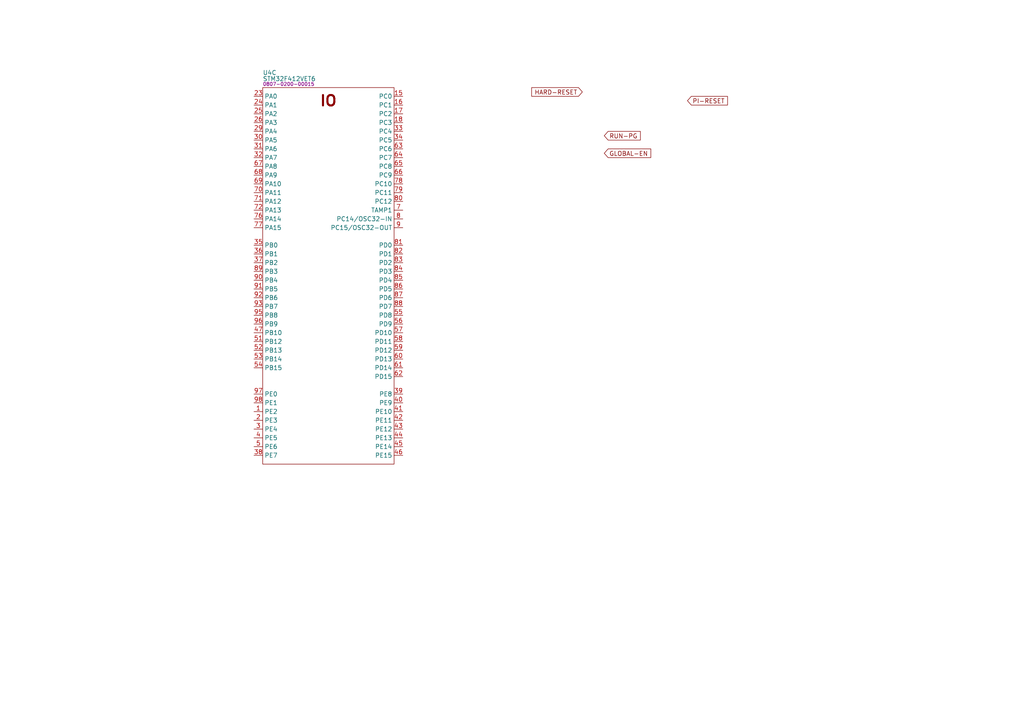
<source format=kicad_sch>
(kicad_sch
	(version 20231120)
	(generator "eeschema")
	(generator_version "8.0")
	(uuid "e9c1f367-8835-436d-8cc6-fd98ae4ba187")
	(paper "A4")
	(title_block
		(title "Benchy Motherboard RasPI - System Control MCU")
		(rev "1")
		(company "Daxxn Industries")
	)
	(lib_symbols
		(symbol "DX_IC_MCU_ST:STM32F412VET6"
			(exclude_from_sim no)
			(in_bom yes)
			(on_board yes)
			(property "Reference" "U"
				(at 0 4.318 0)
				(effects
					(font
						(size 1.27 1.27)
					)
					(justify left)
				)
			)
			(property "Value" "STM32F412VET6"
				(at 0 2.54 0)
				(effects
					(font
						(size 1.27 1.27)
					)
					(justify left)
				)
			)
			(property "Footprint" "Daxxn_Packages:LQFP-100_14x14mm_P0.5mm"
				(at 0 7.112 0)
				(effects
					(font
						(size 1.27 1.27)
					)
					(justify left)
					(hide yes)
				)
			)
			(property "Datasheet" "%LOCAL_DATASHEETS%/STM32F412.pdf"
				(at 0 8.382 0)
				(effects
					(font
						(size 1.27 1.27)
					)
					(justify left)
					(hide yes)
				)
			)
			(property "Description" "STM32F4 ARM Cortex-M4 32-Bit Single-Core 100MHz 512KB (512K x 8) FLASH LQFP-100 (14x14)"
				(at 0 9.906 0)
				(effects
					(font
						(size 1.27 1.27)
					)
					(justify left)
					(hide yes)
				)
			)
			(property "PartNumber" "0807-0200-00015"
				(at 0 1.016 0)
				(effects
					(font
						(size 1 1)
					)
					(justify left)
				)
			)
			(property "ki_keywords" "stm32 mc microcontroller"
				(at 0 0 0)
				(effects
					(font
						(size 1.27 1.27)
					)
					(hide yes)
				)
			)
			(symbol "STM32F412VET6_1_0"
				(text "POWER"
					(at 11.43 -13.97 0)
					(effects
						(font
							(size 2 2)
							(bold yes)
						)
					)
				)
				(pin power_in line
					(at 25.4 -13.97 180)
					(length 2.54)
					(name "VSS"
						(effects
							(font
								(size 1.27 1.27)
							)
						)
					)
					(number "10"
						(effects
							(font
								(size 1.27 1.27)
							)
						)
					)
				)
				(pin power_in line
					(at -2.54 -24.13 0)
					(length 2.54)
					(name "VDD"
						(effects
							(font
								(size 1.27 1.27)
							)
						)
					)
					(number "100"
						(effects
							(font
								(size 0.85 0.85)
							)
						)
					)
				)
				(pin power_in line
					(at -2.54 -19.05 0)
					(length 2.54)
					(name "VDD"
						(effects
							(font
								(size 1.27 1.27)
							)
						)
					)
					(number "11"
						(effects
							(font
								(size 1.27 1.27)
							)
						)
					)
				)
				(pin power_in line
					(at -2.54 -21.59 0)
					(length 2.54)
					(name "VDD"
						(effects
							(font
								(size 1.27 1.27)
							)
						)
					)
					(number "19"
						(effects
							(font
								(size 1.27 1.27)
							)
						)
					)
				)
				(pin input line
					(at 25.4 -2.54 180)
					(length 2.54)
					(name "VSSA/VREF-"
						(effects
							(font
								(size 1.27 1.27)
							)
						)
					)
					(number "20"
						(effects
							(font
								(size 1.27 1.27)
							)
						)
					)
				)
				(pin input line
					(at -2.54 -2.54 0)
					(length 2.54)
					(name "VREF+"
						(effects
							(font
								(size 1.27 1.27)
							)
						)
					)
					(number "21"
						(effects
							(font
								(size 1.27 1.27)
							)
						)
					)
				)
				(pin power_in line
					(at -2.54 -7.62 0)
					(length 2.54)
					(name "VDDA"
						(effects
							(font
								(size 1.27 1.27)
							)
						)
					)
					(number "22"
						(effects
							(font
								(size 1.27 1.27)
							)
						)
					)
				)
				(pin power_in line
					(at 25.4 -16.51 180)
					(length 2.54)
					(name "VSS"
						(effects
							(font
								(size 1.27 1.27)
							)
						)
					)
					(number "27"
						(effects
							(font
								(size 1.27 1.27)
							)
						)
					)
				)
				(pin power_in line
					(at -2.54 -16.51 0)
					(length 2.54)
					(name "VDD"
						(effects
							(font
								(size 1.27 1.27)
							)
						)
					)
					(number "28"
						(effects
							(font
								(size 1.27 1.27)
							)
						)
					)
				)
				(pin power_in line
					(at 25.4 -19.05 180)
					(length 2.54)
					(name "VSS"
						(effects
							(font
								(size 1.27 1.27)
							)
						)
					)
					(number "49"
						(effects
							(font
								(size 1.27 1.27)
							)
						)
					)
				)
				(pin power_in line
					(at -2.54 -13.97 0)
					(length 2.54)
					(name "VDD"
						(effects
							(font
								(size 1.27 1.27)
							)
						)
					)
					(number "50"
						(effects
							(font
								(size 1.27 1.27)
							)
						)
					)
				)
				(pin power_in line
					(at 25.4 -21.59 180)
					(length 2.54)
					(name "VSS"
						(effects
							(font
								(size 1.27 1.27)
							)
						)
					)
					(number "74"
						(effects
							(font
								(size 1.27 1.27)
							)
						)
					)
				)
				(pin power_in line
					(at -2.54 -11.43 0)
					(length 2.54)
					(name "VDD"
						(effects
							(font
								(size 1.27 1.27)
							)
						)
					)
					(number "75"
						(effects
							(font
								(size 1.27 1.27)
							)
						)
					)
				)
				(pin power_in line
					(at 25.4 -24.13 180)
					(length 2.54)
					(name "VSS"
						(effects
							(font
								(size 1.27 1.27)
							)
						)
					)
					(number "99"
						(effects
							(font
								(size 1.27 1.27)
							)
						)
					)
				)
			)
			(symbol "STM32F412VET6_1_1"
				(rectangle
					(start 0 0)
					(end 22.86 -26.67)
					(stroke
						(width 0)
						(type default)
					)
					(fill
						(type none)
					)
				)
			)
			(symbol "STM32F412VET6_2_0"
				(text "CONTROL"
					(at 12.7 -2.54 0)
					(effects
						(font
							(size 2 2)
							(bold yes)
						)
					)
				)
				(pin input line
					(at -2.54 -10.16 0)
					(length 2.54)
					(name "OSC-IN"
						(effects
							(font
								(size 1.27 1.27)
							)
						)
					)
					(number "12"
						(effects
							(font
								(size 1.27 1.27)
							)
						)
					)
				)
				(pin input line
					(at -2.54 -15.24 0)
					(length 2.54)
					(name "OSC-OUT"
						(effects
							(font
								(size 1.27 1.27)
							)
						)
					)
					(number "13"
						(effects
							(font
								(size 1.27 1.27)
							)
						)
					)
				)
				(pin input line
					(at -2.54 -2.54 0)
					(length 2.54)
					(name "~{RST}"
						(effects
							(font
								(size 1.27 1.27)
							)
						)
					)
					(number "14"
						(effects
							(font
								(size 1.27 1.27)
							)
						)
					)
				)
				(pin input line
					(at 27.94 -12.7 180)
					(length 2.54)
					(name "VCAP1"
						(effects
							(font
								(size 1.27 1.27)
							)
						)
					)
					(number "48"
						(effects
							(font
								(size 1.27 1.27)
							)
						)
					)
				)
				(pin power_in line
					(at 27.94 -2.54 180)
					(length 2.54)
					(name "VBAT"
						(effects
							(font
								(size 1.27 1.27)
							)
						)
					)
					(number "6"
						(effects
							(font
								(size 1.27 1.27)
							)
						)
					)
				)
				(pin input line
					(at 27.94 -15.24 180)
					(length 2.54)
					(name "VCAP2"
						(effects
							(font
								(size 1.27 1.27)
							)
						)
					)
					(number "73"
						(effects
							(font
								(size 1.27 1.27)
							)
						)
					)
				)
				(pin input line
					(at 27.94 -6.35 180)
					(length 2.54)
					(name "BOOT0"
						(effects
							(font
								(size 1.27 1.27)
							)
						)
					)
					(number "94"
						(effects
							(font
								(size 1.27 1.27)
							)
						)
					)
				)
			)
			(symbol "STM32F412VET6_2_1"
				(rectangle
					(start 0 0)
					(end 25.4 -17.78)
					(stroke
						(width 0)
						(type default)
					)
					(fill
						(type none)
					)
				)
			)
			(symbol "STM32F412VET6_3_0"
				(text "IO"
					(at 19.05 -3.81 0)
					(effects
						(font
							(size 3 3)
							(bold yes)
						)
					)
				)
				(pin bidirectional line
					(at -2.54 -93.98 0)
					(length 2.54)
					(name "PE2"
						(effects
							(font
								(size 1.27 1.27)
							)
						)
					)
					(number "1"
						(effects
							(font
								(size 1.27 1.27)
							)
						)
					)
					(alternate "FSMC-A23" bidirectional line)
					(alternate "I2S4-CK" bidirectional line)
					(alternate "I2S5-CK" bidirectional line)
					(alternate "QSPI-BK1-IO2" bidirectional line)
					(alternate "SPI4-SCK" bidirectional line)
					(alternate "SPI5-SCK" bidirectional line)
					(alternate "TRACECLK" bidirectional line)
				)
				(pin bidirectional line
					(at 40.64 -2.54 180)
					(length 2.54)
					(name "PC0"
						(effects
							(font
								(size 1.27 1.27)
							)
						)
					)
					(number "15"
						(effects
							(font
								(size 1.27 1.27)
							)
						)
					)
					(alternate "ADC-10" bidirectional line)
					(alternate "WKUP2" bidirectional line)
				)
				(pin bidirectional line
					(at 40.64 -5.08 180)
					(length 2.54)
					(name "PC1"
						(effects
							(font
								(size 1.27 1.27)
							)
						)
					)
					(number "16"
						(effects
							(font
								(size 1.27 1.27)
							)
						)
					)
					(alternate "ADC-11" bidirectional line)
					(alternate "WKUP3" bidirectional line)
				)
				(pin bidirectional line
					(at 40.64 -7.62 180)
					(length 2.54)
					(name "PC2"
						(effects
							(font
								(size 1.27 1.27)
							)
						)
					)
					(number "17"
						(effects
							(font
								(size 1.27 1.27)
							)
						)
					)
					(alternate "ADC-12" bidirectional line)
					(alternate "DFSDM1-CKOUT" bidirectional line)
					(alternate "FSMC-NWE" bidirectional line)
					(alternate "I2C2-SD" bidirectional line)
					(alternate "SPI2-CIPO" bidirectional line)
				)
				(pin bidirectional line
					(at 40.64 -10.16 180)
					(length 2.54)
					(name "PC3"
						(effects
							(font
								(size 1.27 1.27)
							)
						)
					)
					(number "18"
						(effects
							(font
								(size 1.27 1.27)
							)
						)
					)
					(alternate "ADC-13" bidirectional line)
					(alternate "FSMC-A0" bidirectional line)
					(alternate "I2S-SD" bidirectional line)
					(alternate "SPI2-COPI" bidirectional line)
				)
				(pin bidirectional line
					(at -2.54 -96.52 0)
					(length 2.54)
					(name "PE3"
						(effects
							(font
								(size 1.27 1.27)
							)
						)
					)
					(number "2"
						(effects
							(font
								(size 1.27 1.27)
							)
						)
					)
					(alternate "FSMC-A19" bidirectional line)
					(alternate "TRACED0" bidirectional line)
				)
				(pin bidirectional line
					(at -2.54 -2.54 0)
					(length 2.54)
					(name "PA0"
						(effects
							(font
								(size 1.27 1.27)
							)
						)
					)
					(number "23"
						(effects
							(font
								(size 1.27 1.27)
							)
						)
					)
					(alternate "ADC-0" bidirectional line)
					(alternate "TIM2-CH1" bidirectional line)
					(alternate "TIM2-ETR" bidirectional line)
					(alternate "TIM5-CH1" bidirectional line)
					(alternate "TIM8-ETR" bidirectional line)
					(alternate "USART2-CTS" bidirectional line)
					(alternate "WKUP1" bidirectional line)
				)
				(pin bidirectional line
					(at -2.54 -5.08 0)
					(length 2.54)
					(name "PA1"
						(effects
							(font
								(size 1.27 1.27)
							)
						)
					)
					(number "24"
						(effects
							(font
								(size 1.27 1.27)
							)
						)
					)
					(alternate "ADC-1" bidirectional line)
					(alternate "I2S4-SD" bidirectional line)
					(alternate "QSPI-BK1-IO3" bidirectional line)
					(alternate "SPI4-COPI" bidirectional line)
					(alternate "TIM2-CH2" bidirectional line)
					(alternate "TIM5-CH2" bidirectional line)
					(alternate "USART2-RTS" bidirectional line)
				)
				(pin bidirectional line
					(at -2.54 -7.62 0)
					(length 2.54)
					(name "PA2"
						(effects
							(font
								(size 1.27 1.27)
							)
						)
					)
					(number "25"
						(effects
							(font
								(size 1.27 1.27)
							)
						)
					)
					(alternate " I2S2-CKIN" bidirectional line)
					(alternate "ADC-2" bidirectional line)
					(alternate "FSMC-D4" bidirectional line)
					(alternate "FSMC-DA4" bidirectional line)
					(alternate "TIM2-CH3" bidirectional line)
					(alternate "TIM5-CH3" bidirectional line)
					(alternate "TIM9-CH1" bidirectional line)
					(alternate "USART2-TX" bidirectional line)
				)
				(pin bidirectional line
					(at -2.54 -10.16 0)
					(length 2.54)
					(name "PA3"
						(effects
							(font
								(size 1.27 1.27)
							)
						)
					)
					(number "26"
						(effects
							(font
								(size 1.27 1.27)
							)
						)
					)
					(alternate "ADC-3" bidirectional line)
					(alternate "FSMC-D5" bidirectional line)
					(alternate "FSMC-DA5" bidirectional line)
					(alternate "I2S2-MCK" bidirectional line)
					(alternate "TIM2-CH4" bidirectional line)
					(alternate "TIM5-CH4" bidirectional line)
					(alternate "TIM9-CH2" bidirectional line)
					(alternate "USART2-RX" bidirectional line)
				)
				(pin bidirectional line
					(at -2.54 -12.7 0)
					(length 2.54)
					(name "PA4"
						(effects
							(font
								(size 1.27 1.27)
							)
						)
					)
					(number "29"
						(effects
							(font
								(size 1.27 1.27)
							)
						)
					)
					(alternate "ADC-4" bidirectional line)
					(alternate "DFSDM1-DATIN1" bidirectional line)
					(alternate "FSMC-D6" bidirectional line)
					(alternate "FSMC-DA6" bidirectional line)
					(alternate "I2S1-WS" bidirectional line)
					(alternate "I2S3-WS" bidirectional line)
					(alternate "SPI1-~{SS}" bidirectional line)
					(alternate "SPI3-~{SS}" bidirectional line)
					(alternate "USART2-CK" bidirectional line)
				)
				(pin bidirectional line
					(at -2.54 -99.06 0)
					(length 2.54)
					(name "PE4"
						(effects
							(font
								(size 1.27 1.27)
							)
						)
					)
					(number "3"
						(effects
							(font
								(size 1.27 1.27)
							)
						)
					)
					(alternate "DFSDM1-DATIN3" bidirectional line)
					(alternate "FSMC-A20" bidirectional line)
					(alternate "I2S4-WS" bidirectional line)
					(alternate "I2S5-WS" bidirectional line)
					(alternate "SPI4-~{SS}" bidirectional line)
					(alternate "SPI5-~{SS}" bidirectional line)
					(alternate "TRACED1" bidirectional line)
				)
				(pin bidirectional line
					(at -2.54 -15.24 0)
					(length 2.54)
					(name "PA5"
						(effects
							(font
								(size 1.27 1.27)
							)
						)
					)
					(number "30"
						(effects
							(font
								(size 1.27 1.27)
							)
						)
					)
					(alternate "ADC-5" bidirectional line)
					(alternate "DFSDM1-CKIN1" bidirectional line)
					(alternate "FSMC-D7" bidirectional line)
					(alternate "FSMC-DA7" bidirectional line)
					(alternate "I2S1-CK" bidirectional line)
					(alternate "SPI1-SCK" bidirectional line)
					(alternate "TIM2-CH1" bidirectional line)
					(alternate "TIM2-ETR" bidirectional line)
					(alternate "TIM8-~{CH1}" bidirectional line)
				)
				(pin bidirectional line
					(at -2.54 -17.78 0)
					(length 2.54)
					(name "PA6"
						(effects
							(font
								(size 1.27 1.27)
							)
						)
					)
					(number "31"
						(effects
							(font
								(size 1.27 1.27)
							)
						)
					)
					(alternate "ADC-6" bidirectional line)
					(alternate "I2S2-MCK" bidirectional line)
					(alternate "QSPI-BK2-IO0" bidirectional line)
					(alternate "SDIO-CMD" bidirectional line)
					(alternate "SPI1-CIPO" bidirectional line)
					(alternate "TIM1-BKIN" bidirectional line)
					(alternate "TIM13-CH1" bidirectional line)
					(alternate "TIM3-CH1" bidirectional line)
					(alternate "TIM8-BKIN" bidirectional line)
				)
				(pin bidirectional line
					(at -2.54 -20.32 0)
					(length 2.54)
					(name "PA7"
						(effects
							(font
								(size 1.27 1.27)
							)
						)
					)
					(number "32"
						(effects
							(font
								(size 1.27 1.27)
							)
						)
					)
					(alternate "ADC-7" bidirectional line)
					(alternate "I2S1-SD" bidirectional line)
					(alternate "QSPI-BK2-IO1" bidirectional line)
					(alternate "SPI1-COPI" bidirectional line)
					(alternate "TIM1-~{CH1}" bidirectional line)
					(alternate "TIM14-CH1" bidirectional line)
					(alternate "TIM3-CH2" bidirectional line)
					(alternate "TIM8-~{CH1}" bidirectional line)
				)
				(pin bidirectional line
					(at 40.64 -12.7 180)
					(length 2.54)
					(name "PC4"
						(effects
							(font
								(size 1.27 1.27)
							)
						)
					)
					(number "33"
						(effects
							(font
								(size 1.27 1.27)
							)
						)
					)
					(alternate "ADC1-14" bidirectional line)
					(alternate "FSMC-~{E4}" bidirectional line)
					(alternate "I2S1-MCK" bidirectional line)
					(alternate "QSPI-BK2-IO2" bidirectional line)
				)
				(pin bidirectional line
					(at 40.64 -15.24 180)
					(length 2.54)
					(name "PC5"
						(effects
							(font
								(size 1.27 1.27)
							)
						)
					)
					(number "34"
						(effects
							(font
								(size 1.27 1.27)
							)
						)
					)
					(alternate "ADC1-15" bidirectional line)
					(alternate "FSMC-~{OE}" bidirectional line)
					(alternate "I2CFMP1-SMBA" bidirectional line)
					(alternate "QSPI-BK2-IO3" bidirectional line)
					(alternate "USART3-RX" bidirectional line)
				)
				(pin bidirectional line
					(at -2.54 -45.72 0)
					(length 2.54)
					(name "PB0"
						(effects
							(font
								(size 1.27 1.27)
							)
						)
					)
					(number "35"
						(effects
							(font
								(size 1.27 1.27)
							)
						)
					)
					(alternate "ADC-8" bidirectional line)
					(alternate "I2S5-CK" bidirectional line)
					(alternate "SPI5-SCK" bidirectional line)
					(alternate "TIM1-CH2-" bidirectional line)
					(alternate "TIM3-CH3" bidirectional line)
					(alternate "TIM8-CH2-" bidirectional line)
				)
				(pin bidirectional line
					(at -2.54 -48.26 0)
					(length 2.54)
					(name "PB1"
						(effects
							(font
								(size 1.27 1.27)
							)
						)
					)
					(number "36"
						(effects
							(font
								(size 1.27 1.27)
							)
						)
					)
					(alternate "ADC-9" bidirectional line)
					(alternate "DFSDM1-DATIN0" bidirectional line)
					(alternate "I2S5-WS" bidirectional line)
					(alternate "QSPI-CLK" bidirectional line)
					(alternate "SPI5-~{SS}" bidirectional line)
					(alternate "TIM1-CH3-" bidirectional line)
					(alternate "TIM3-CH4" bidirectional line)
					(alternate "TIM8-CH3-" bidirectional line)
				)
				(pin bidirectional line
					(at -2.54 -50.8 0)
					(length 2.54)
					(name "PB2"
						(effects
							(font
								(size 1.27 1.27)
							)
						)
					)
					(number "37"
						(effects
							(font
								(size 1.27 1.27)
							)
						)
					)
					(alternate "BOOT1" bidirectional line)
					(alternate "DFSDM1-CKIN0" bidirectional line)
					(alternate "QSPI-CLK" bidirectional line)
				)
				(pin bidirectional line
					(at -2.54 -106.68 0)
					(length 2.54)
					(name "PE7"
						(effects
							(font
								(size 1.27 1.27)
							)
						)
					)
					(number "38"
						(effects
							(font
								(size 1.27 1.27)
							)
						)
					)
					(alternate "DFSDM1-DATIN2" bidirectional line)
					(alternate "FSMC-D4" bidirectional line)
					(alternate "FSMC-DA4" bidirectional line)
					(alternate "QSPI-BK2-IO0" bidirectional line)
					(alternate "TIM1-ETR" bidirectional line)
				)
				(pin bidirectional line
					(at 40.64 -88.9 180)
					(length 2.54)
					(name "PE8"
						(effects
							(font
								(size 1.27 1.27)
							)
						)
					)
					(number "39"
						(effects
							(font
								(size 1.27 1.27)
							)
						)
					)
					(alternate "DFSDM1-CKIN2" bidirectional line)
					(alternate "FSMC-D5" bidirectional line)
					(alternate "FSMC-DA5" bidirectional line)
					(alternate "QSPI-BK2-IO1" bidirectional line)
					(alternate "TIM1-CH1-" bidirectional line)
				)
				(pin bidirectional line
					(at -2.54 -101.6 0)
					(length 2.54)
					(name "PE5"
						(effects
							(font
								(size 1.27 1.27)
							)
						)
					)
					(number "4"
						(effects
							(font
								(size 1.27 1.27)
							)
						)
					)
					(alternate "DFSDM1-CKIN3" bidirectional line)
					(alternate "FSMC-A21" bidirectional line)
					(alternate "SPI4-CIPO" bidirectional line)
					(alternate "SPI5-CIPO" bidirectional line)
					(alternate "TIM9-CH1" bidirectional line)
					(alternate "TRACED2" bidirectional line)
				)
				(pin bidirectional line
					(at 40.64 -91.44 180)
					(length 2.54)
					(name "PE9"
						(effects
							(font
								(size 1.27 1.27)
							)
						)
					)
					(number "40"
						(effects
							(font
								(size 1.27 1.27)
							)
						)
					)
					(alternate "DFSDM1-CKOUT" bidirectional line)
					(alternate "FSMC-D6" bidirectional line)
					(alternate "FSMC-DA6" bidirectional line)
					(alternate "QSPI-BK2-IO2" bidirectional line)
					(alternate "TIM1-CH1" bidirectional line)
				)
				(pin bidirectional line
					(at 40.64 -93.98 180)
					(length 2.54)
					(name "PE10"
						(effects
							(font
								(size 1.27 1.27)
							)
						)
					)
					(number "41"
						(effects
							(font
								(size 1.27 1.27)
							)
						)
					)
					(alternate "FSMC-D7" bidirectional line)
					(alternate "FSMC-DA7" bidirectional line)
					(alternate "QSPI-BK2-IO3" bidirectional line)
					(alternate "TIM1-CH2-" bidirectional line)
				)
				(pin bidirectional line
					(at 40.64 -96.52 180)
					(length 2.54)
					(name "PE11"
						(effects
							(font
								(size 1.27 1.27)
							)
						)
					)
					(number "42"
						(effects
							(font
								(size 1.27 1.27)
							)
						)
					)
					(alternate "FSMC-D8" bidirectional line)
					(alternate "FSMC-DA8" bidirectional line)
					(alternate "I2S4-WS" bidirectional line)
					(alternate "I2S5-WS" bidirectional line)
					(alternate "SPI4-~{SS}" bidirectional line)
					(alternate "SPI5-~{SS}" bidirectional line)
					(alternate "TIM1_CH2" bidirectional line)
				)
				(pin bidirectional line
					(at 40.64 -99.06 180)
					(length 2.54)
					(name "PE12"
						(effects
							(font
								(size 1.27 1.27)
							)
						)
					)
					(number "43"
						(effects
							(font
								(size 1.27 1.27)
							)
						)
					)
					(alternate "FSMC-D9" bidirectional line)
					(alternate "FSMC-DA9" bidirectional line)
					(alternate "I2S4-CK" bidirectional line)
					(alternate "I2S5-CK" bidirectional line)
					(alternate "SPI4-SCK" bidirectional line)
					(alternate "SPI5-SCK" bidirectional line)
					(alternate "TIM1-CH3-" bidirectional line)
				)
				(pin bidirectional line
					(at 40.64 -101.6 180)
					(length 2.54)
					(name "PE13"
						(effects
							(font
								(size 1.27 1.27)
							)
						)
					)
					(number "44"
						(effects
							(font
								(size 1.27 1.27)
							)
						)
					)
					(alternate "FSMC-D10" bidirectional line)
					(alternate "FSMC-DA10" bidirectional line)
					(alternate "SPI4-CIPO" bidirectional line)
					(alternate "SPI5-CIPO" bidirectional line)
					(alternate "TIM1-CH3" bidirectional line)
				)
				(pin bidirectional line
					(at 40.64 -104.14 180)
					(length 2.54)
					(name "PE14"
						(effects
							(font
								(size 1.27 1.27)
							)
						)
					)
					(number "45"
						(effects
							(font
								(size 1.27 1.27)
							)
						)
					)
					(alternate "FSMC-D11" bidirectional line)
					(alternate "FSMC-DA11" bidirectional line)
					(alternate "I2S4-SD" bidirectional line)
					(alternate "I2S5-SD" bidirectional line)
					(alternate "SPI4-COPI" bidirectional line)
					(alternate "SPI5-COPI" bidirectional line)
					(alternate "TIM1-CH4" bidirectional line)
				)
				(pin bidirectional line
					(at 40.64 -106.68 180)
					(length 2.54)
					(name "PE15"
						(effects
							(font
								(size 1.27 1.27)
							)
						)
					)
					(number "46"
						(effects
							(font
								(size 1.27 1.27)
							)
						)
					)
					(alternate "FSMC-D12" bidirectional line)
					(alternate "FSMC-DA12" bidirectional line)
					(alternate "TIM1-BKIN" bidirectional line)
				)
				(pin bidirectional line
					(at -2.54 -71.12 0)
					(length 2.54)
					(name "PB10"
						(effects
							(font
								(size 1.27 1.27)
							)
						)
					)
					(number "47"
						(effects
							(font
								(size 1.27 1.27)
							)
						)
					)
					(alternate " I2C2-SCL" bidirectional line)
					(alternate "I2CFMP1-SCL" bidirectional line)
					(alternate "I2S2-CK" bidirectional line)
					(alternate "I2S3-MCK" bidirectional line)
					(alternate "SDIO-D7" bidirectional line)
					(alternate "SPI2-SCK" bidirectional line)
					(alternate "TIM2-CH3" bidirectional line)
					(alternate "USART3-TX" bidirectional line)
				)
				(pin bidirectional line
					(at -2.54 -104.14 0)
					(length 2.54)
					(name "PE6"
						(effects
							(font
								(size 1.27 1.27)
							)
						)
					)
					(number "5"
						(effects
							(font
								(size 1.27 1.27)
							)
						)
					)
					(alternate "FSMC-A22" bidirectional line)
					(alternate "I2S4-SD" bidirectional line)
					(alternate "I2S5-SD" bidirectional line)
					(alternate "SPI4-COPI" bidirectional line)
					(alternate "SPI5-COPI" bidirectional line)
					(alternate "TIM9-CH2" bidirectional line)
					(alternate "TRACED3" bidirectional line)
				)
				(pin bidirectional line
					(at -2.54 -73.66 0)
					(length 2.54)
					(name "PB12"
						(effects
							(font
								(size 1.27 1.27)
							)
						)
					)
					(number "51"
						(effects
							(font
								(size 1.27 1.27)
							)
						)
					)
					(alternate "CAN2-RX" bidirectional line)
					(alternate "DFSDM1-DATIN1" bidirectional line)
					(alternate "FSMC-D13" bidirectional line)
					(alternate "FSMC-DA13" bidirectional line)
					(alternate "I2C2-SMBA" bidirectional line)
					(alternate "I2S2-WS" bidirectional line)
					(alternate "I2S3-CK" bidirectional line)
					(alternate "I2S4-WS" bidirectional line)
					(alternate "SPI2-~{SS}" bidirectional line)
					(alternate "SPI3-SCK" bidirectional line)
					(alternate "SPI4-~{SS}" bidirectional line)
					(alternate "TIM1-BKIN" bidirectional line)
					(alternate "USART3-CK" bidirectional line)
				)
				(pin bidirectional line
					(at -2.54 -76.2 0)
					(length 2.54)
					(name "PB13"
						(effects
							(font
								(size 1.27 1.27)
							)
						)
					)
					(number "52"
						(effects
							(font
								(size 1.27 1.27)
							)
						)
					)
					(alternate "CAN2-TX" bidirectional line)
					(alternate "DFSDM1-CKIN1" bidirectional line)
					(alternate "I2CFMP1-SMBA" bidirectional line)
					(alternate "I2S2-CK" bidirectional line)
					(alternate "I2S4-CK" bidirectional line)
					(alternate "SPI2-SCK" bidirectional line)
					(alternate "SPI4-SCK" bidirectional line)
					(alternate "TIM1-CH1-" bidirectional line)
					(alternate "USART3-CTS" bidirectional line)
				)
				(pin bidirectional line
					(at -2.54 -78.74 0)
					(length 2.54)
					(name "PB14"
						(effects
							(font
								(size 1.27 1.27)
							)
						)
					)
					(number "53"
						(effects
							(font
								(size 1.27 1.27)
							)
						)
					)
					(alternate "DFSDM1-DATIN2" bidirectional line)
					(alternate "FSMC-D0" bidirectional line)
					(alternate "FSMC-DA0" bidirectional line)
					(alternate "I2CFMP1-SDA" bidirectional line)
					(alternate "I2S2ext-SD" bidirectional line)
					(alternate "SDIO-D6" bidirectional line)
					(alternate "SPI2-MISO" bidirectional line)
					(alternate "TIM1-CH2-" bidirectional line)
					(alternate "TIM12-CH1" bidirectional line)
					(alternate "TIM8-CH2-" bidirectional line)
					(alternate "USART3-RTS" bidirectional line)
				)
				(pin bidirectional line
					(at -2.54 -81.28 0)
					(length 2.54)
					(name "PB15"
						(effects
							(font
								(size 1.27 1.27)
							)
						)
					)
					(number "54"
						(effects
							(font
								(size 1.27 1.27)
							)
						)
					)
					(alternate "DFSDM1-CKIN2" bidirectional line)
					(alternate "I2CFMP1-SCL" bidirectional line)
					(alternate "I2S2-SD" bidirectional line)
					(alternate "RTC-50Hz" bidirectional line)
					(alternate "SDIO-CK" bidirectional line)
					(alternate "SPI2-COPI" bidirectional line)
					(alternate "TIM1-CH3-" bidirectional line)
					(alternate "TIM12-CH2" bidirectional line)
					(alternate "TIM8-CH3-" bidirectional line)
				)
				(pin bidirectional line
					(at 40.64 -66.04 180)
					(length 2.54)
					(name "PD8"
						(effects
							(font
								(size 1.27 1.27)
							)
						)
					)
					(number "55"
						(effects
							(font
								(size 1.27 1.27)
							)
						)
					)
					(alternate "FSMC-D13" bidirectional line)
					(alternate "FSMC-DA13" bidirectional line)
					(alternate "USART3-TX" bidirectional line)
				)
				(pin bidirectional line
					(at 40.64 -68.58 180)
					(length 2.54)
					(name "PD9"
						(effects
							(font
								(size 1.27 1.27)
							)
						)
					)
					(number "56"
						(effects
							(font
								(size 1.27 1.27)
							)
						)
					)
					(alternate "FSMC-D14" bidirectional line)
					(alternate "FSMC-DA14" bidirectional line)
					(alternate "USART3-RX" bidirectional line)
				)
				(pin bidirectional line
					(at 40.64 -71.12 180)
					(length 2.54)
					(name "PD10"
						(effects
							(font
								(size 1.27 1.27)
							)
						)
					)
					(number "57"
						(effects
							(font
								(size 1.27 1.27)
							)
						)
					)
					(alternate "FSMC-D15" bidirectional line)
					(alternate "FSMC-DA1" bidirectional line)
					(alternate "USART3-CK" bidirectional line)
				)
				(pin bidirectional line
					(at 40.64 -73.66 180)
					(length 2.54)
					(name "PD11"
						(effects
							(font
								(size 1.27 1.27)
							)
						)
					)
					(number "58"
						(effects
							(font
								(size 1.27 1.27)
							)
						)
					)
					(alternate "FSMC-A16" bidirectional line)
					(alternate "I2CFMP1-SMBA" bidirectional line)
					(alternate "QSPI-BK1-IO0" bidirectional line)
					(alternate "USART3-CTS" bidirectional line)
				)
				(pin bidirectional line
					(at 40.64 -76.2 180)
					(length 2.54)
					(name "PD12"
						(effects
							(font
								(size 1.27 1.27)
							)
						)
					)
					(number "59"
						(effects
							(font
								(size 1.27 1.27)
							)
						)
					)
					(alternate "FSMC-A17" bidirectional line)
					(alternate "I2CFMP1-SCL" bidirectional line)
					(alternate "QSPI-BK1-IO1" bidirectional line)
					(alternate "TIM4-CH1" bidirectional line)
					(alternate "USART3-RTS" bidirectional line)
				)
				(pin bidirectional line
					(at 40.64 -78.74 180)
					(length 2.54)
					(name "PD13"
						(effects
							(font
								(size 1.27 1.27)
							)
						)
					)
					(number "60"
						(effects
							(font
								(size 1.27 1.27)
							)
						)
					)
					(alternate "FSMC-A18" bidirectional line)
					(alternate "I2CFMP1-SDA" bidirectional line)
					(alternate "QSPI-BK1-IO3" bidirectional line)
					(alternate "TIM4-CH2" bidirectional line)
				)
				(pin bidirectional line
					(at 40.64 -81.28 180)
					(length 2.54)
					(name "PD14"
						(effects
							(font
								(size 1.27 1.27)
							)
						)
					)
					(number "61"
						(effects
							(font
								(size 1.27 1.27)
							)
						)
					)
					(alternate "FSMC-D0" bidirectional line)
					(alternate "FSMC-DA0" bidirectional line)
					(alternate "I2CFMP1-SCL" bidirectional line)
					(alternate "TIM4-CH3" bidirectional line)
				)
				(pin bidirectional line
					(at 40.64 -83.82 180)
					(length 2.54)
					(name "PD15"
						(effects
							(font
								(size 1.27 1.27)
							)
						)
					)
					(number "62"
						(effects
							(font
								(size 1.27 1.27)
							)
						)
					)
					(alternate "FSMC-D1" bidirectional line)
					(alternate "FSMC-DA1" bidirectional line)
					(alternate "I2CFMP1-SDA" bidirectional line)
					(alternate "TIM4-CH4" bidirectional line)
				)
				(pin bidirectional line
					(at 40.64 -17.78 180)
					(length 2.54)
					(name "PC6"
						(effects
							(font
								(size 1.27 1.27)
							)
						)
					)
					(number "63"
						(effects
							(font
								(size 1.27 1.27)
							)
						)
					)
					(alternate "DFSDM1-CKIN3," bidirectional line)
					(alternate "FSMC-D1" bidirectional line)
					(alternate "FSMC-DA1" bidirectional line)
					(alternate "I2CFMP1-SCL" bidirectional line)
					(alternate "I2S2-MCK" bidirectional line)
					(alternate "SDIO-D6" bidirectional line)
					(alternate "TIM3-CH1" bidirectional line)
					(alternate "TIM8-CH1" bidirectional line)
					(alternate "USART6-TX" bidirectional line)
				)
				(pin bidirectional line
					(at 40.64 -20.32 180)
					(length 2.54)
					(name "PC7"
						(effects
							(font
								(size 1.27 1.27)
							)
						)
					)
					(number "64"
						(effects
							(font
								(size 1.27 1.27)
							)
						)
					)
					(alternate "DFSDM1-DATIN3" bidirectional line)
					(alternate "I2CFMP1-SDA" bidirectional line)
					(alternate "I2S2-CK" bidirectional line)
					(alternate "I2S3-MCK" bidirectional line)
					(alternate "SDIO-D7" bidirectional line)
					(alternate "SPI2-SCK" bidirectional line)
					(alternate "TIM3-CH2" bidirectional line)
					(alternate "TIM8-CH2" bidirectional line)
					(alternate "USART6-RX" bidirectional line)
				)
				(pin bidirectional line
					(at 40.64 -22.86 180)
					(length 2.54)
					(name "PC8"
						(effects
							(font
								(size 1.27 1.27)
							)
						)
					)
					(number "65"
						(effects
							(font
								(size 1.27 1.27)
							)
						)
					)
					(alternate "QSPI-BK1-IO2" bidirectional line)
					(alternate "SDIO-D0" bidirectional line)
					(alternate "TIM3-CH3" bidirectional line)
					(alternate "TIM8-CH3" bidirectional line)
					(alternate "USART6-CK" bidirectional line)
				)
				(pin bidirectional line
					(at 40.64 -25.4 180)
					(length 2.54)
					(name "PC9"
						(effects
							(font
								(size 1.27 1.27)
							)
						)
					)
					(number "66"
						(effects
							(font
								(size 1.27 1.27)
							)
						)
					)
					(alternate " I2C3-SDA" bidirectional line)
					(alternate "I2S2-CKIN" bidirectional line)
					(alternate "MCO2" bidirectional line)
					(alternate "QSPI-BK1-IO0" bidirectional line)
					(alternate "SDIO-D1" bidirectional line)
					(alternate "TIM3-CH4" bidirectional line)
					(alternate "TIM8-CH4" bidirectional line)
				)
				(pin bidirectional line
					(at -2.54 -22.86 0)
					(length 2.54)
					(name "PA8"
						(effects
							(font
								(size 1.27 1.27)
							)
						)
					)
					(number "67"
						(effects
							(font
								(size 1.27 1.27)
							)
						)
					)
					(alternate "I2C3-SCL" bidirectional line)
					(alternate "MCO1" bidirectional line)
					(alternate "SDIO-D1" bidirectional line)
					(alternate "TIM1-CH1" bidirectional line)
					(alternate "USART1-CK" bidirectional line)
					(alternate "USB-FS-SOF" bidirectional line)
				)
				(pin bidirectional line
					(at -2.54 -25.4 0)
					(length 2.54)
					(name "PA9"
						(effects
							(font
								(size 1.27 1.27)
							)
						)
					)
					(number "68"
						(effects
							(font
								(size 1.27 1.27)
							)
						)
					)
					(alternate "I2C3-SMBA" bidirectional line)
					(alternate "SDIO-D2" bidirectional line)
					(alternate "TIM1-CH2" bidirectional line)
					(alternate "USART1-TX" bidirectional line)
					(alternate "USB-FS-VBUS" bidirectional line)
				)
				(pin bidirectional line
					(at -2.54 -27.94 0)
					(length 2.54)
					(name "PA10"
						(effects
							(font
								(size 1.27 1.27)
							)
						)
					)
					(number "69"
						(effects
							(font
								(size 1.27 1.27)
							)
						)
					)
					(alternate "I2S5-SD" bidirectional line)
					(alternate "SPI5-COPI" bidirectional line)
					(alternate "TIM1-CH3" bidirectional line)
					(alternate "USART1-RX" bidirectional line)
					(alternate "USB-FS-ID" bidirectional line)
				)
				(pin output line
					(at 40.64 -35.56 180)
					(length 2.54)
					(name "TAMP1"
						(effects
							(font
								(size 1.27 1.27)
							)
						)
					)
					(number "7"
						(effects
							(font
								(size 1.27 1.27)
							)
						)
					)
					(alternate "PC13" bidirectional line)
				)
				(pin bidirectional line
					(at -2.54 -30.48 0)
					(length 2.54)
					(name "PA11"
						(effects
							(font
								(size 1.27 1.27)
							)
						)
					)
					(number "70"
						(effects
							(font
								(size 1.27 1.27)
							)
						)
					)
					(alternate "CAN1-RX" bidirectional line)
					(alternate "SPI4-CIPO" bidirectional line)
					(alternate "TIM1-CH4" bidirectional line)
					(alternate "USART1-CTS" bidirectional line)
					(alternate "USART6-TX" bidirectional line)
					(alternate "USB-FS-D-" bidirectional line)
				)
				(pin bidirectional line
					(at -2.54 -33.02 0)
					(length 2.54)
					(name "PA12"
						(effects
							(font
								(size 1.27 1.27)
							)
						)
					)
					(number "71"
						(effects
							(font
								(size 1.27 1.27)
							)
						)
					)
					(alternate "CAN1-TX" bidirectional line)
					(alternate "SPI5-CIPO" bidirectional line)
					(alternate "TIM1-ETR" bidirectional line)
					(alternate "USART1-RTS" bidirectional line)
					(alternate "USART6-RX" bidirectional line)
					(alternate "USB-FS-D+" bidirectional line)
				)
				(pin bidirectional line
					(at -2.54 -35.56 0)
					(length 2.54)
					(name "PA13"
						(effects
							(font
								(size 1.27 1.27)
							)
						)
					)
					(number "72"
						(effects
							(font
								(size 1.27 1.27)
							)
						)
					)
					(alternate "JTMS" bidirectional line)
					(alternate "JTMS-SWDIO" bidirectional line)
					(alternate "SWDIO" bidirectional line)
				)
				(pin bidirectional line
					(at -2.54 -38.1 0)
					(length 2.54)
					(name "PA14"
						(effects
							(font
								(size 1.27 1.27)
							)
						)
					)
					(number "76"
						(effects
							(font
								(size 1.27 1.27)
							)
						)
					)
					(alternate "JTCK" bidirectional line)
					(alternate "JTCK-SWCLK" bidirectional line)
					(alternate "SWCLK" bidirectional line)
				)
				(pin bidirectional line
					(at -2.54 -40.64 0)
					(length 2.54)
					(name "PA15"
						(effects
							(font
								(size 1.27 1.27)
							)
						)
					)
					(number "77"
						(effects
							(font
								(size 1.27 1.27)
							)
						)
					)
					(alternate "I2S1-WS" bidirectional line)
					(alternate "I2S3-WS" bidirectional line)
					(alternate "JTDI" bidirectional line)
					(alternate "SPI1-~{SS}" bidirectional line)
					(alternate "SPI3-~{SS}" bidirectional line)
					(alternate "TIM2-CH1" bidirectional line)
					(alternate "TIM2-ETR" bidirectional line)
					(alternate "USART1-TX" bidirectional line)
				)
				(pin bidirectional line
					(at 40.64 -27.94 180)
					(length 2.54)
					(name "PC10"
						(effects
							(font
								(size 1.27 1.27)
							)
						)
					)
					(number "78"
						(effects
							(font
								(size 1.27 1.27)
							)
						)
					)
					(alternate "I2S3-CK" bidirectional line)
					(alternate "QSPI-BK1-IO1" bidirectional line)
					(alternate "SDIO-D2" bidirectional line)
					(alternate "SPI3-SCK" bidirectional line)
					(alternate "USART3-TX" bidirectional line)
				)
				(pin bidirectional line
					(at 40.64 -30.48 180)
					(length 2.54)
					(name "PC11"
						(effects
							(font
								(size 1.27 1.27)
							)
						)
					)
					(number "79"
						(effects
							(font
								(size 1.27 1.27)
							)
						)
					)
					(alternate "FSMC-D2" bidirectional line)
					(alternate "FSMC-DA2" bidirectional line)
					(alternate "I2S3ext-SD" bidirectional line)
					(alternate "QSPI-BK2-~{CS}" bidirectional line)
					(alternate "SDIO-D3" bidirectional line)
					(alternate "SPI3-CIPO" bidirectional line)
					(alternate "USART3-RX" bidirectional line)
				)
				(pin bidirectional line
					(at 40.64 -38.1 180)
					(length 2.54)
					(name "PC14/OSC32-IN"
						(effects
							(font
								(size 1.27 1.27)
							)
						)
					)
					(number "8"
						(effects
							(font
								(size 1.27 1.27)
							)
						)
					)
					(alternate "OSC32-IN" input line)
					(alternate "PC14" bidirectional line)
				)
				(pin bidirectional line
					(at 40.64 -33.02 180)
					(length 2.54)
					(name "PC12"
						(effects
							(font
								(size 1.27 1.27)
							)
						)
					)
					(number "80"
						(effects
							(font
								(size 1.27 1.27)
							)
						)
					)
					(alternate "FSMC-D3" bidirectional line)
					(alternate "FSMC-DA3" bidirectional line)
					(alternate "I2S3-SD" bidirectional line)
					(alternate "SDIO-CK" bidirectional line)
					(alternate "SPI3-COPI" bidirectional line)
					(alternate "USART3-CK" bidirectional line)
				)
				(pin bidirectional line
					(at 40.64 -45.72 180)
					(length 2.54)
					(name "PD0"
						(effects
							(font
								(size 1.27 1.27)
							)
						)
					)
					(number "81"
						(effects
							(font
								(size 1.27 1.27)
							)
						)
					)
					(alternate "CAN1-RX" bidirectional line)
					(alternate "FSMC-D2" bidirectional line)
					(alternate "FSMC-DA2" bidirectional line)
				)
				(pin bidirectional line
					(at 40.64 -48.26 180)
					(length 2.54)
					(name "PD1"
						(effects
							(font
								(size 1.27 1.27)
							)
						)
					)
					(number "82"
						(effects
							(font
								(size 1.27 1.27)
							)
						)
					)
					(alternate "CAN1-TX" bidirectional line)
					(alternate "FSMC-D3" bidirectional line)
					(alternate "FSMC-DA3" bidirectional line)
				)
				(pin bidirectional line
					(at 40.64 -50.8 180)
					(length 2.54)
					(name "PD2"
						(effects
							(font
								(size 1.27 1.27)
							)
						)
					)
					(number "83"
						(effects
							(font
								(size 1.27 1.27)
							)
						)
					)
					(alternate "FSMC-~{WE}" bidirectional line)
					(alternate "SDIO-CMD" bidirectional line)
					(alternate "TIM3-ETR" bidirectional line)
				)
				(pin bidirectional line
					(at 40.64 -53.34 180)
					(length 2.54)
					(name "PD3"
						(effects
							(font
								(size 1.27 1.27)
							)
						)
					)
					(number "84"
						(effects
							(font
								(size 1.27 1.27)
							)
						)
					)
					(alternate "DFSDM1-DATIN0" bidirectional line)
					(alternate "FSMC-CLK" bidirectional line)
					(alternate "I2S2-CK" bidirectional line)
					(alternate "QSPI-CLK" bidirectional line)
					(alternate "SPI2-SCK" bidirectional line)
					(alternate "TRACED1" bidirectional line)
					(alternate "USART2-CTS" bidirectional line)
				)
				(pin bidirectional line
					(at 40.64 -55.88 180)
					(length 2.54)
					(name "PD4"
						(effects
							(font
								(size 1.27 1.27)
							)
						)
					)
					(number "85"
						(effects
							(font
								(size 1.27 1.27)
							)
						)
					)
					(alternate "DFSDM1-CKIN0" bidirectional line)
					(alternate "FSMC-~{OE}" bidirectional line)
					(alternate "USART2-RTS" bidirectional line)
				)
				(pin bidirectional line
					(at 40.64 -58.42 180)
					(length 2.54)
					(name "PD5"
						(effects
							(font
								(size 1.27 1.27)
							)
						)
					)
					(number "86"
						(effects
							(font
								(size 1.27 1.27)
							)
						)
					)
					(alternate "FSMC-~{WE}" bidirectional line)
					(alternate "USART2-TX" bidirectional line)
				)
				(pin bidirectional line
					(at 40.64 -60.96 180)
					(length 2.54)
					(name "PD6"
						(effects
							(font
								(size 1.27 1.27)
							)
						)
					)
					(number "87"
						(effects
							(font
								(size 1.27 1.27)
							)
						)
					)
					(alternate "DFSDM1-DATIN1" bidirectional line)
					(alternate "FSMC-~{WAIT}" bidirectional line)
					(alternate "I2S3-SD" bidirectional line)
					(alternate "SPI3-COPI" bidirectional line)
					(alternate "USART2-RX" bidirectional line)
				)
				(pin bidirectional line
					(at 40.64 -63.5 180)
					(length 2.54)
					(name "PD7"
						(effects
							(font
								(size 1.27 1.27)
							)
						)
					)
					(number "88"
						(effects
							(font
								(size 1.27 1.27)
							)
						)
					)
					(alternate "DFSDM1-CKIN1" bidirectional line)
					(alternate "FSMC-~{E1}" bidirectional line)
					(alternate "USART2-CK" bidirectional line)
				)
				(pin bidirectional line
					(at -2.54 -53.34 0)
					(length 2.54)
					(name "PB3"
						(effects
							(font
								(size 1.27 1.27)
							)
						)
					)
					(number "89"
						(effects
							(font
								(size 1.27 1.27)
							)
						)
					)
					(alternate "I2C2-SDA" bidirectional line)
					(alternate "I2CFMP1-SDA" bidirectional line)
					(alternate "I2S1-CK" bidirectional line)
					(alternate "I2S3-CK" bidirectional line)
					(alternate "JTDO" bidirectional line)
					(alternate "JTDO-SWO" bidirectional line)
					(alternate "SPI1-SCK" bidirectional line)
					(alternate "SPI3-SCK" bidirectional line)
					(alternate "SWO" bidirectional line)
					(alternate "TIM2-CH2" bidirectional line)
					(alternate "USART1-RX" bidirectional line)
				)
				(pin bidirectional line
					(at 40.64 -40.64 180)
					(length 2.54)
					(name "PC15/OSC32-OUT"
						(effects
							(font
								(size 1.27 1.27)
							)
						)
					)
					(number "9"
						(effects
							(font
								(size 1.27 1.27)
							)
						)
					)
					(alternate "OSC32-OUT" input line)
					(alternate "PC15" bidirectional line)
				)
				(pin bidirectional line
					(at -2.54 -55.88 0)
					(length 2.54)
					(name "PB4"
						(effects
							(font
								(size 1.27 1.27)
							)
						)
					)
					(number "90"
						(effects
							(font
								(size 1.27 1.27)
							)
						)
					)
					(alternate "I2C3-SDA" bidirectional line)
					(alternate "I2S3ext-SD" bidirectional line)
					(alternate "JTRST" bidirectional line)
					(alternate "SDIO-D0" bidirectional line)
					(alternate "SPI1-CIPO" bidirectional line)
					(alternate "SPI3-CIPO" bidirectional line)
					(alternate "TIM3-CH1" bidirectional line)
				)
				(pin bidirectional line
					(at -2.54 -58.42 0)
					(length 2.54)
					(name "PB5"
						(effects
							(font
								(size 1.27 1.27)
							)
						)
					)
					(number "91"
						(effects
							(font
								(size 1.27 1.27)
							)
						)
					)
					(alternate "CAN2-RX" bidirectional line)
					(alternate "I2C1-SMBA" bidirectional line)
					(alternate "I2S1-SD" bidirectional line)
					(alternate "I2S3-SD" bidirectional line)
					(alternate "SDIO-D3" bidirectional line)
					(alternate "SPI1-COPI" bidirectional line)
					(alternate "SPI3-COPI" bidirectional line)
					(alternate "TIM3-CH2" bidirectional line)
				)
				(pin bidirectional line
					(at -2.54 -60.96 0)
					(length 2.54)
					(name "PB6"
						(effects
							(font
								(size 1.27 1.27)
							)
						)
					)
					(number "92"
						(effects
							(font
								(size 1.27 1.27)
							)
						)
					)
					(alternate "CAN2-TX" bidirectional line)
					(alternate "I2C1-SCL" bidirectional line)
					(alternate "QSPI-BK1-~{CS}" bidirectional line)
					(alternate "SDIO-D0" bidirectional line)
					(alternate "TIM4-CH1" bidirectional line)
					(alternate "USART1-TX" bidirectional line)
				)
				(pin bidirectional line
					(at -2.54 -63.5 0)
					(length 2.54)
					(name "PB7"
						(effects
							(font
								(size 1.27 1.27)
							)
						)
					)
					(number "93"
						(effects
							(font
								(size 1.27 1.27)
							)
						)
					)
					(alternate "FSMC-~{L}" bidirectional line)
					(alternate "I2C1-SDA" bidirectional line)
					(alternate "TIM4-CH2" bidirectional line)
					(alternate "USART1-RX" bidirectional line)
				)
				(pin bidirectional line
					(at -2.54 -66.04 0)
					(length 2.54)
					(name "PB8"
						(effects
							(font
								(size 1.27 1.27)
							)
						)
					)
					(number "95"
						(effects
							(font
								(size 1.27 1.27)
							)
						)
					)
					(alternate "CAN1-RX" bidirectional line)
					(alternate "I2C1-SCL" bidirectional line)
					(alternate "I2C3-SDA" bidirectional line)
					(alternate "I2S5-SD" bidirectional line)
					(alternate "SDIO-D4" bidirectional line)
					(alternate "SPI5-COPI" bidirectional line)
					(alternate "TIM10-CH1" bidirectional line)
					(alternate "TIM4-CH3" bidirectional line)
				)
				(pin bidirectional line
					(at -2.54 -68.58 0)
					(length 2.54)
					(name "PB9"
						(effects
							(font
								(size 1.27 1.27)
							)
						)
					)
					(number "96"
						(effects
							(font
								(size 1.27 1.27)
							)
						)
					)
					(alternate "CAN1-TX" bidirectional line)
					(alternate "I2C1-SDA" bidirectional line)
					(alternate "I2C2-SDA" bidirectional line)
					(alternate "I2S2-WS" bidirectional line)
					(alternate "SDIO-D5" bidirectional line)
					(alternate "SPI2-~{SS}" bidirectional line)
					(alternate "TIM11-CH1" bidirectional line)
					(alternate "TIM4-CH4" bidirectional line)
				)
				(pin bidirectional line
					(at -2.54 -88.9 0)
					(length 2.54)
					(name "PE0"
						(effects
							(font
								(size 1.27 1.27)
							)
						)
					)
					(number "97"
						(effects
							(font
								(size 1.27 1.27)
							)
						)
					)
					(alternate "FSMC-~{BL0}" bidirectional line)
					(alternate "TIM4-ETR" bidirectional line)
				)
				(pin bidirectional line
					(at -2.54 -91.44 0)
					(length 2.54)
					(name "PE1"
						(effects
							(font
								(size 1.27 1.27)
							)
						)
					)
					(number "98"
						(effects
							(font
								(size 1.27 1.27)
							)
						)
					)
					(alternate "FSMC-~{BL1}" bidirectional line)
				)
			)
			(symbol "STM32F412VET6_3_1"
				(rectangle
					(start 0 0)
					(end 38.1 -109.22)
					(stroke
						(width 0)
						(type default)
					)
					(fill
						(type none)
					)
				)
			)
		)
	)
	(global_label "RUN-PG"
		(shape input)
		(at 175.26 39.37 0)
		(fields_autoplaced yes)
		(effects
			(font
				(size 1.27 1.27)
			)
			(justify left)
		)
		(uuid "30a585d3-9940-40dd-ad16-186dc330b3c1")
		(property "Intersheetrefs" "${INTERSHEET_REFS}"
			(at 184.5814 39.37 0)
			(effects
				(font
					(size 1.27 1.27)
				)
				(justify left)
				(hide yes)
			)
		)
	)
	(global_label "HARD-RESET"
		(shape input)
		(at 168.91 26.67 180)
		(fields_autoplaced yes)
		(effects
			(font
				(size 1.27 1.27)
			)
			(justify right)
		)
		(uuid "81cf9006-e95a-4d92-bd8b-317a8558228e")
		(property "Intersheetrefs" "${INTERSHEET_REFS}"
			(at 155.2162 26.67 0)
			(effects
				(font
					(size 1.27 1.27)
				)
				(justify right)
				(hide yes)
			)
		)
	)
	(global_label "PI-RESET"
		(shape input)
		(at 199.39 29.21 0)
		(fields_autoplaced yes)
		(effects
			(font
				(size 1.27 1.27)
			)
			(justify left)
		)
		(uuid "8f04b8b1-2a23-4353-9dac-d34cd5521b3b")
		(property "Intersheetrefs" "${INTERSHEET_REFS}"
			(at 210.8976 29.21 0)
			(effects
				(font
					(size 1.27 1.27)
				)
				(justify left)
				(hide yes)
			)
		)
	)
	(global_label "GLOBAL-EN"
		(shape input)
		(at 175.26 44.45 0)
		(fields_autoplaced yes)
		(effects
			(font
				(size 1.27 1.27)
			)
			(justify left)
		)
		(uuid "9595d471-c338-408e-a262-be78b9fc7644")
		(property "Intersheetrefs" "${INTERSHEET_REFS}"
			(at 187.8607 44.45 0)
			(effects
				(font
					(size 1.27 1.27)
				)
				(justify left)
				(hide yes)
			)
		)
	)
	(symbol
		(lib_id "DX_IC_MCU_ST:STM32F412VET6")
		(at 76.2 25.4 0)
		(unit 3)
		(exclude_from_sim no)
		(in_bom yes)
		(on_board yes)
		(dnp no)
		(uuid "632ac09b-8a10-4f77-ac15-24cc48713893")
		(property "Reference" "U4"
			(at 76.2 21.082 0)
			(effects
				(font
					(size 1.27 1.27)
				)
				(justify left)
			)
		)
		(property "Value" "STM32F412VET6"
			(at 76.2 22.86 0)
			(effects
				(font
					(size 1.27 1.27)
				)
				(justify left)
			)
		)
		(property "Footprint" "Daxxn_Packages:LQFP-100_14x14mm_P0.5mm"
			(at 76.2 18.288 0)
			(effects
				(font
					(size 1.27 1.27)
				)
				(justify left)
				(hide yes)
			)
		)
		(property "Datasheet" "%LOCAL_DATASHEETS%/STM32F412.pdf"
			(at 76.2 17.018 0)
			(effects
				(font
					(size 1.27 1.27)
				)
				(justify left)
				(hide yes)
			)
		)
		(property "Description" "STM32F4 ARM Cortex-M4 32-Bit Single-Core 100MHz 512KB (512K x 8) FLASH LQFP-100 (14x14)"
			(at 76.2 15.494 0)
			(effects
				(font
					(size 1.27 1.27)
				)
				(justify left)
				(hide yes)
			)
		)
		(property "PartNumber" "0807-0200-00015"
			(at 76.2 24.384 0)
			(effects
				(font
					(size 1 1)
				)
				(justify left)
			)
		)
		(pin "5"
			(uuid "0c15a8be-8fef-4bac-bf08-560ba286863c")
		)
		(pin "76"
			(uuid "6011c6b3-1e8e-4b02-a5d2-60afd7830853")
		)
		(pin "64"
			(uuid "8b2bd803-5f8d-4c78-b3a2-83904e80301d")
		)
		(pin "68"
			(uuid "24977d09-c499-4e91-a06b-17984835ee6a")
		)
		(pin "78"
			(uuid "268e35af-a60c-4c50-8f2b-0cc9a7c9073b")
		)
		(pin "80"
			(uuid "1cd54b5d-d906-40c9-8525-e58bdcbb2a3e")
		)
		(pin "63"
			(uuid "1c9fc9f4-d616-4ba2-9894-9f3bd3b7a86a")
		)
		(pin "61"
			(uuid "abeb938d-6ad8-4349-a6f9-ece1528ed32f")
		)
		(pin "81"
			(uuid "be9bb14b-3faa-471f-9666-ad2ce527f85c")
		)
		(pin "66"
			(uuid "a01ae9a3-0c26-45f5-81b4-70df66172dab")
		)
		(pin "59"
			(uuid "afe65e71-ea15-4e45-9104-9611e9fdeac8")
		)
		(pin "7"
			(uuid "09d017ed-99f9-43d2-9bbe-7347e200e581")
		)
		(pin "70"
			(uuid "2c811e34-aaf3-45dd-9a74-d3b9018d4860")
		)
		(pin "9"
			(uuid "e7ca5017-0e7b-4568-a9eb-231c1d0088b3")
		)
		(pin "47"
			(uuid "639d5a5e-4063-4808-8c1b-511c598fbcaa")
		)
		(pin "52"
			(uuid "69b202a1-1065-49ca-811f-e9f68ca3eac8")
		)
		(pin "8"
			(uuid "83dd8c33-3e4b-433c-aef2-a2200642153e")
		)
		(pin "91"
			(uuid "dbdec39d-131b-4db2-a7fa-32b4a1b53598")
		)
		(pin "90"
			(uuid "fa88178f-dd68-4897-84d2-6cc6e08fddd8")
		)
		(pin "92"
			(uuid "51014e20-1b87-4513-bc35-4bc2471cf583")
		)
		(pin "93"
			(uuid "76e591e8-94e9-4e49-8fe0-b25b009a5301")
		)
		(pin "96"
			(uuid "b6a85881-2fc1-41f3-91dc-947765fbb9e9")
		)
		(pin "97"
			(uuid "a93d757b-a14b-44d2-abaa-170b31cdb7dc")
		)
		(pin "83"
			(uuid "dbca0a91-0ec2-4ca4-83ec-cff0c3f7dc6c")
		)
		(pin "69"
			(uuid "a47f5ae9-03ed-4e26-8885-e745dbed16a7")
		)
		(pin "79"
			(uuid "57c4f0df-ccc2-4559-a235-12510a9235ce")
		)
		(pin "85"
			(uuid "7275afb7-424c-41f7-84b4-053853729ff8")
		)
		(pin "95"
			(uuid "6cb8d6bb-c596-4eb2-90ef-b5686bf31a17")
		)
		(pin "51"
			(uuid "3f60220c-763f-48b0-94db-27c831c10b7c")
		)
		(pin "65"
			(uuid "1d4b38ff-4a24-414d-a97e-c6049589b1d9")
		)
		(pin "98"
			(uuid "bbc2f0ab-02b8-4ed1-837b-6c8fcc454a52")
		)
		(pin "54"
			(uuid "01590d6c-0bc1-4607-ac43-58b1f6cf2e88")
		)
		(pin "56"
			(uuid "3f31c358-a439-4174-9585-2c7c3aa0f149")
		)
		(pin "57"
			(uuid "75f57a69-89d9-448a-ad13-757800efcc12")
		)
		(pin "60"
			(uuid "670e4285-7b71-4225-8b93-2fd26d68ea76")
		)
		(pin "58"
			(uuid "cdd9800c-914f-440f-aa20-9f660ef5f285")
		)
		(pin "77"
			(uuid "75d2b575-3962-4fee-9892-36d8a3e0553e")
		)
		(pin "82"
			(uuid "2c128865-5a26-4758-ada1-af1fe0f36c3f")
		)
		(pin "86"
			(uuid "fe38745f-d6d9-433b-a17e-1c766ec025bf")
		)
		(pin "62"
			(uuid "7c01274a-bbcf-4849-8cfd-5b65aeed3f33")
		)
		(pin "71"
			(uuid "0f10ca9c-7df6-437c-a1b1-85cec7ec882d")
		)
		(pin "53"
			(uuid "bdb75634-5db3-4f5f-b17c-316b719dd459")
		)
		(pin "55"
			(uuid "ebdbd98a-982f-46db-95fb-c210239facb6")
		)
		(pin "87"
			(uuid "9e63f77f-1633-4cfd-9d62-80c499f551ff")
		)
		(pin "88"
			(uuid "b57add9f-9092-4c2e-9204-3a4f48ec21eb")
		)
		(pin "89"
			(uuid "02eaef76-3f4f-4a00-bac2-0a9ebe791198")
		)
		(pin "84"
			(uuid "64d7159f-6d5d-423b-b1c8-8df14fba4dd4")
		)
		(pin "72"
			(uuid "c9c475cf-236d-4aa8-ac4d-2f535bef3119")
		)
		(pin "67"
			(uuid "13199c84-e1b2-4fbc-b99b-1401359e0e6a")
		)
		(pin "16"
			(uuid "7cb03104-a405-4404-90e0-718c9b331e2a")
		)
		(pin "99"
			(uuid "e08b6f07-4579-4636-88f6-90a4a9673e41")
		)
		(pin "50"
			(uuid "c396291c-ec83-4706-aae2-d4b0996ec993")
		)
		(pin "100"
			(uuid "7dcd6500-0c06-4b38-96d7-a03b78402730")
		)
		(pin "73"
			(uuid "bff0bbb7-631a-4b47-9090-1eed176ed710")
		)
		(pin "13"
			(uuid "47e9b437-5332-4b0c-9a9e-514f8de8ab57")
		)
		(pin "17"
			(uuid "469b7e3e-7d57-47b3-b8aa-332c2d470abd")
		)
		(pin "20"
			(uuid "7e969d4c-67d1-49a4-9105-686dd28d5512")
		)
		(pin "6"
			(uuid "4314532e-5b1f-4e99-9128-e8ef42ff2d3a")
		)
		(pin "18"
			(uuid "8380e3c8-aaf1-4335-a942-1a4f8c8b5b13")
		)
		(pin "2"
			(uuid "39572fef-1044-4828-953e-0568058e2440")
		)
		(pin "25"
			(uuid "3e45bc64-4b95-4d62-a1de-0bb41a91bcf0")
		)
		(pin "27"
			(uuid "ec6106f1-3efe-425c-9e29-d1c430e9abb5")
		)
		(pin "48"
			(uuid "7a32a0d9-1ca0-4a1b-a234-b4e456e267d1")
		)
		(pin "94"
			(uuid "1d7f821e-63fb-43c7-b588-6f1e5beb15b0")
		)
		(pin "74"
			(uuid "a5e26756-e938-44e3-980b-b5a7522f6247")
		)
		(pin "31"
			(uuid "e736945c-f89e-4b19-93f4-a07251eb9829")
		)
		(pin "34"
			(uuid "52435eb4-b9e8-429e-8d8c-1f895a0a5b90")
		)
		(pin "35"
			(uuid "941c715d-d7c7-478c-9098-bb48b3ab799a")
		)
		(pin "15"
			(uuid "7b3e10e9-62b3-4fd5-b665-0463f60c9c6d")
		)
		(pin "1"
			(uuid "668ff1c3-0550-4bef-af68-137a80bf25a8")
		)
		(pin "49"
			(uuid "67dd8943-71e2-4722-8c21-f4c5b922a33e")
		)
		(pin "12"
			(uuid "ce4fc167-eb38-435c-a2b8-496e22ebd2ff")
		)
		(pin "4"
			(uuid "0cabc8e4-1eee-40d5-8d88-20a14fb2121f")
		)
		(pin "22"
			(uuid "fd5906d7-a36f-401e-b643-ad9fcaa0ae18")
		)
		(pin "75"
			(uuid "9359aae5-2ecd-4d43-8964-fa04a42fd81f")
		)
		(pin "23"
			(uuid "caf32a53-ab29-4926-bc6a-286e38a902f7")
		)
		(pin "21"
			(uuid "84f30605-c5ec-47af-bb2c-deec6e4ffba5")
		)
		(pin "24"
			(uuid "2bbd1266-f7a3-4f38-b894-4d8947e221e2")
		)
		(pin "10"
			(uuid "f41e4c73-464e-4a80-b0d0-b37ffc2c9f93")
		)
		(pin "3"
			(uuid "304456a7-ca69-46da-ac8b-9478d3eb9777")
		)
		(pin "33"
			(uuid "781e9935-3a12-4bd9-a81c-0bdfda99bee4")
		)
		(pin "36"
			(uuid "3c87e448-f640-4e48-8053-ff93610088ff")
		)
		(pin "38"
			(uuid "99b8308d-fa0b-439e-a558-33db7e8e03cf")
		)
		(pin "39"
			(uuid "70724877-6fbb-4433-ae90-d6b3347a4152")
		)
		(pin "37"
			(uuid "6aed8570-f129-44c5-917d-19bdc2be1798")
		)
		(pin "40"
			(uuid "5fced614-f488-48ef-92c6-ec2f6c3cedf7")
		)
		(pin "30"
			(uuid "8faaa561-860d-4892-b060-3ed5a92b4a0e")
		)
		(pin "41"
			(uuid "aee62ea7-da38-42c0-8138-e34dca6e0159")
		)
		(pin "28"
			(uuid "a42ed556-9730-4799-9ef1-62ea5c06c757")
		)
		(pin "43"
			(uuid "7ecf9a1e-0291-4212-a6bc-20ff954c6f1e")
		)
		(pin "44"
			(uuid "c8396393-5d88-45ad-ab5c-5d3b77e5bc18")
		)
		(pin "14"
			(uuid "43b58653-5f6f-46ce-ad3f-850003a177ce")
		)
		(pin "45"
			(uuid "8edd589c-6c27-4470-b3ae-04ab510fabba")
		)
		(pin "46"
			(uuid "3b2bb056-79d1-43fc-97c9-e49ea5d66c46")
		)
		(pin "19"
			(uuid "a1c3d619-f350-4d98-b07c-8f53594f5cdb")
		)
		(pin "29"
			(uuid "cfed31a8-3de4-43b8-ad35-426352a52f58")
		)
		(pin "32"
			(uuid "b3d3d19b-c7a1-4ea4-99b6-c2ac2c00cf33")
		)
		(pin "26"
			(uuid "b7785661-31ee-4433-ba61-0124b7c73eea")
		)
		(pin "11"
			(uuid "fe4ce5b8-6923-495e-9eea-9f096a97e56d")
		)
		(pin "42"
			(uuid "a8c7e57e-2904-4ebf-b1ff-00d2533b522c")
		)
	)
)

</source>
